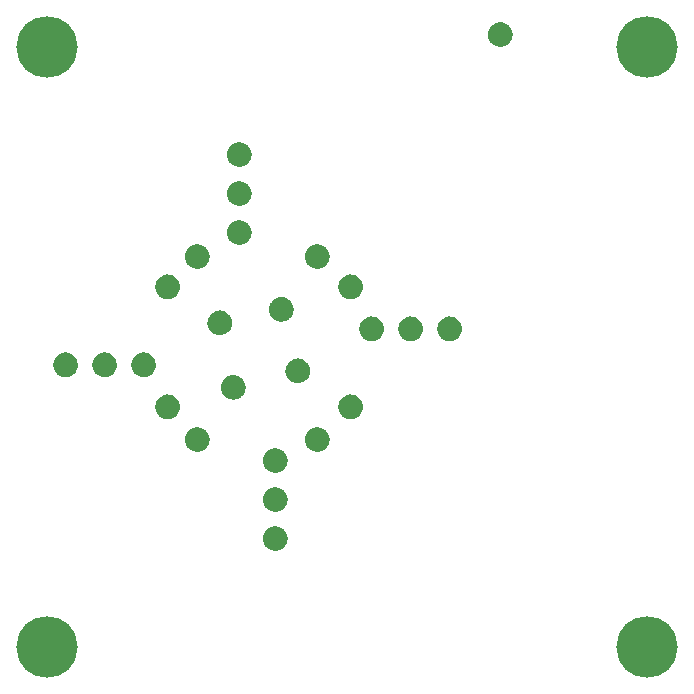
<source format=gts>
G04 Layer: TopSolderMaskLayer*
G04 Panelize: , Column: 2, Row: 2, Board Size: 58.42mm x 58.42mm, Panelized Board Size: 118.84mm x 118.84mm*
G04 EasyEDA v6.5.32, 2023-07-25 14:04:49*
G04 e28a03a1de13489cb67d3f9b02de052e,5a6b42c53f6a479593ecc07194224c93,10*
G04 Gerber Generator version 0.2*
G04 Scale: 100 percent, Rotated: No, Reflected: No *
G04 Dimensions in millimeters *
G04 leading zeros omitted , absolute positions ,4 integer and 5 decimal *
%FSLAX45Y45*%
%MOMM*%

%ADD10C,5.2032*%

%LPD*%
G36*
X533806Y2872841D02*
G01*
X524611Y2872232D01*
X515467Y2870809D01*
X506526Y2868574D01*
X497789Y2865577D01*
X489356Y2861818D01*
X481330Y2857296D01*
X473709Y2852115D01*
X466547Y2846273D01*
X459943Y2839821D01*
X453948Y2832811D01*
X448614Y2825292D01*
X443941Y2817317D01*
X439978Y2808986D01*
X436778Y2800350D01*
X434340Y2791460D01*
X432714Y2782366D01*
X431901Y2773172D01*
X431901Y2763926D01*
X432714Y2754782D01*
X434340Y2745689D01*
X436778Y2736799D01*
X439978Y2728112D01*
X443941Y2719781D01*
X448614Y2711856D01*
X453948Y2704338D01*
X459943Y2697327D01*
X466547Y2690876D01*
X473709Y2685034D01*
X481330Y2679852D01*
X489356Y2675331D01*
X497789Y2671572D01*
X506526Y2668574D01*
X515467Y2666339D01*
X524611Y2664917D01*
X533806Y2664307D01*
X543001Y2664510D01*
X552196Y2665526D01*
X561238Y2667355D01*
X570077Y2669997D01*
X578662Y2673350D01*
X586892Y2677515D01*
X594766Y2682341D01*
X602132Y2687878D01*
X609041Y2694025D01*
X615340Y2700731D01*
X621030Y2707995D01*
X626008Y2715768D01*
X628294Y2719781D01*
X632206Y2728112D01*
X633933Y2732430D01*
X636727Y2741218D01*
X638759Y2750210D01*
X639978Y2759354D01*
X640384Y2768549D01*
X639978Y2777794D01*
X638759Y2786938D01*
X636727Y2795930D01*
X633933Y2804718D01*
X630326Y2813202D01*
X626008Y2821381D01*
X621030Y2829102D01*
X615340Y2836367D01*
X609041Y2843123D01*
X602132Y2849270D01*
X594766Y2854807D01*
X586892Y2859633D01*
X582828Y2861818D01*
X574395Y2865577D01*
X565658Y2868574D01*
X556717Y2870809D01*
X547624Y2872232D01*
X538429Y2872841D01*
G37*
G36*
X863955Y2872841D02*
G01*
X854760Y2872232D01*
X845667Y2870809D01*
X836676Y2868574D01*
X827989Y2865577D01*
X819556Y2861818D01*
X811479Y2857296D01*
X803859Y2852115D01*
X796747Y2846273D01*
X790143Y2839821D01*
X784148Y2832811D01*
X778764Y2825292D01*
X774090Y2817317D01*
X770128Y2808986D01*
X766978Y2800350D01*
X764540Y2791460D01*
X762914Y2782366D01*
X762101Y2773172D01*
X762101Y2763926D01*
X762914Y2754782D01*
X764540Y2745689D01*
X766978Y2736799D01*
X770128Y2728112D01*
X774090Y2719781D01*
X778764Y2711856D01*
X781354Y2707995D01*
X787044Y2700731D01*
X793343Y2694025D01*
X800252Y2687878D01*
X807618Y2682341D01*
X815492Y2677515D01*
X823721Y2673350D01*
X832307Y2669997D01*
X841146Y2667355D01*
X850188Y2665526D01*
X859383Y2664510D01*
X868578Y2664307D01*
X877773Y2664917D01*
X886917Y2666339D01*
X895858Y2668574D01*
X904595Y2671572D01*
X912977Y2675331D01*
X921054Y2679852D01*
X928674Y2685034D01*
X935837Y2690876D01*
X942441Y2697327D01*
X948436Y2704338D01*
X953769Y2711856D01*
X958443Y2719781D01*
X962406Y2728112D01*
X965606Y2736799D01*
X966927Y2741218D01*
X968908Y2750210D01*
X970127Y2759354D01*
X970534Y2768549D01*
X970127Y2777794D01*
X968908Y2786938D01*
X966927Y2795930D01*
X964082Y2804718D01*
X960526Y2813202D01*
X956208Y2821381D01*
X951179Y2829102D01*
X945489Y2836367D01*
X939190Y2843123D01*
X932332Y2849270D01*
X924915Y2854807D01*
X917092Y2859633D01*
X908812Y2863748D01*
X904595Y2865577D01*
X895858Y2868574D01*
X886917Y2870809D01*
X877773Y2872232D01*
X868578Y2872841D01*
G37*
G36*
X1194155Y2872841D02*
G01*
X1184960Y2872232D01*
X1175867Y2870809D01*
X1166876Y2868574D01*
X1158189Y2865577D01*
X1149756Y2861818D01*
X1141679Y2857296D01*
X1134059Y2852115D01*
X1126947Y2846273D01*
X1120343Y2839821D01*
X1114348Y2832811D01*
X1108964Y2825292D01*
X1104290Y2817317D01*
X1100328Y2808986D01*
X1097178Y2800350D01*
X1094740Y2791460D01*
X1093114Y2782366D01*
X1092301Y2773172D01*
X1092301Y2763926D01*
X1093114Y2754782D01*
X1094740Y2745689D01*
X1097178Y2736799D01*
X1100328Y2728112D01*
X1104290Y2719781D01*
X1108964Y2711856D01*
X1111554Y2707995D01*
X1117244Y2700731D01*
X1123543Y2694025D01*
X1130452Y2687878D01*
X1137818Y2682341D01*
X1145692Y2677515D01*
X1153922Y2673350D01*
X1162507Y2669997D01*
X1171346Y2667355D01*
X1180388Y2665526D01*
X1189583Y2664510D01*
X1198778Y2664307D01*
X1207973Y2664917D01*
X1217117Y2666339D01*
X1226058Y2668574D01*
X1234795Y2671572D01*
X1243177Y2675331D01*
X1251254Y2679852D01*
X1258874Y2685034D01*
X1266037Y2690876D01*
X1272641Y2697327D01*
X1278636Y2704338D01*
X1283970Y2711856D01*
X1288643Y2719781D01*
X1292606Y2728112D01*
X1295806Y2736799D01*
X1297127Y2741218D01*
X1299108Y2750210D01*
X1300327Y2759354D01*
X1300734Y2768549D01*
X1300327Y2777794D01*
X1299108Y2786938D01*
X1297127Y2795930D01*
X1294282Y2804718D01*
X1290726Y2813202D01*
X1286408Y2821381D01*
X1281379Y2829102D01*
X1275689Y2836367D01*
X1269390Y2843123D01*
X1262532Y2849270D01*
X1255115Y2854807D01*
X1247292Y2859633D01*
X1239012Y2863748D01*
X1234795Y2865577D01*
X1226058Y2868574D01*
X1217117Y2870809D01*
X1207973Y2872232D01*
X1198778Y2872841D01*
G37*
G36*
X2311400Y1402334D02*
G01*
X2302154Y1401927D01*
X2293010Y1400708D01*
X2284018Y1398727D01*
X2275230Y1395882D01*
X2266746Y1392326D01*
X2258568Y1388008D01*
X2250846Y1382979D01*
X2243582Y1377289D01*
X2236825Y1370990D01*
X2230678Y1364132D01*
X2225141Y1356715D01*
X2220315Y1348892D01*
X2216200Y1340612D01*
X2214372Y1336395D01*
X2211374Y1327658D01*
X2209139Y1318717D01*
X2207717Y1309573D01*
X2207107Y1300378D01*
X2207310Y1291183D01*
X2208326Y1281988D01*
X2210155Y1272946D01*
X2212797Y1264107D01*
X2214372Y1259789D01*
X2218131Y1251356D01*
X2222652Y1243279D01*
X2227834Y1235659D01*
X2233676Y1228547D01*
X2240127Y1221943D01*
X2247138Y1215948D01*
X2254656Y1210564D01*
X2262581Y1205890D01*
X2270963Y1201928D01*
X2279599Y1198778D01*
X2288489Y1196340D01*
X2297582Y1194714D01*
X2306777Y1193901D01*
X2315972Y1193901D01*
X2325166Y1194714D01*
X2334260Y1196340D01*
X2343150Y1198778D01*
X2351836Y1201928D01*
X2360168Y1205890D01*
X2368092Y1210564D01*
X2375611Y1215948D01*
X2379218Y1218844D01*
X2385923Y1225143D01*
X2392070Y1232052D01*
X2397607Y1239418D01*
X2402433Y1247292D01*
X2406599Y1255522D01*
X2409952Y1264107D01*
X2412593Y1272946D01*
X2414422Y1281988D01*
X2415438Y1291183D01*
X2415641Y1300378D01*
X2415032Y1309573D01*
X2413609Y1318717D01*
X2411374Y1327658D01*
X2408377Y1336395D01*
X2404618Y1344777D01*
X2400096Y1352854D01*
X2394915Y1360474D01*
X2389073Y1367637D01*
X2382621Y1374241D01*
X2375611Y1380236D01*
X2368092Y1385570D01*
X2360168Y1390243D01*
X2351836Y1394206D01*
X2343150Y1397406D01*
X2338730Y1398727D01*
X2329738Y1400708D01*
X2320594Y1401927D01*
G37*
G36*
X2311400Y1732534D02*
G01*
X2302154Y1732127D01*
X2293010Y1730908D01*
X2284018Y1728927D01*
X2275230Y1726082D01*
X2266746Y1722526D01*
X2258568Y1718208D01*
X2250846Y1713179D01*
X2243582Y1707489D01*
X2236825Y1701190D01*
X2230678Y1694332D01*
X2225141Y1686915D01*
X2220315Y1679092D01*
X2216200Y1670812D01*
X2214372Y1666595D01*
X2211374Y1657857D01*
X2209139Y1648917D01*
X2207717Y1639773D01*
X2207107Y1630578D01*
X2207310Y1621383D01*
X2208326Y1612188D01*
X2210155Y1603146D01*
X2212797Y1594307D01*
X2214372Y1589989D01*
X2218131Y1581556D01*
X2222652Y1573479D01*
X2227834Y1565859D01*
X2233676Y1558747D01*
X2240127Y1552143D01*
X2247138Y1546148D01*
X2254656Y1540764D01*
X2262581Y1536090D01*
X2270963Y1532128D01*
X2279599Y1528978D01*
X2288489Y1526540D01*
X2297582Y1524914D01*
X2306777Y1524101D01*
X2315972Y1524101D01*
X2325166Y1524914D01*
X2334260Y1526540D01*
X2343150Y1528978D01*
X2351836Y1532128D01*
X2360168Y1536090D01*
X2368092Y1540764D01*
X2375611Y1546148D01*
X2379218Y1549044D01*
X2385923Y1555343D01*
X2392070Y1562252D01*
X2397607Y1569618D01*
X2402433Y1577492D01*
X2406599Y1585722D01*
X2409952Y1594307D01*
X2412593Y1603146D01*
X2414422Y1612188D01*
X2415438Y1621383D01*
X2415641Y1630578D01*
X2415032Y1639773D01*
X2413609Y1648917D01*
X2411374Y1657857D01*
X2408377Y1666595D01*
X2404618Y1674977D01*
X2400096Y1683054D01*
X2394915Y1690674D01*
X2389073Y1697837D01*
X2382621Y1704441D01*
X2375611Y1710436D01*
X2368092Y1715770D01*
X2360168Y1720443D01*
X2351836Y1724406D01*
X2343150Y1727606D01*
X2338730Y1728927D01*
X2329738Y1730908D01*
X2320594Y1732127D01*
G37*
G36*
X2311400Y2062734D02*
G01*
X2302154Y2062327D01*
X2293010Y2061108D01*
X2284018Y2059127D01*
X2275230Y2056282D01*
X2266746Y2052726D01*
X2258568Y2048408D01*
X2250846Y2043379D01*
X2243582Y2037689D01*
X2236825Y2031390D01*
X2230678Y2024532D01*
X2225141Y2017115D01*
X2220315Y2009292D01*
X2216200Y2001012D01*
X2214372Y1996795D01*
X2211374Y1988057D01*
X2209139Y1979117D01*
X2207717Y1969973D01*
X2207107Y1960778D01*
X2207310Y1951583D01*
X2208326Y1942388D01*
X2210155Y1933346D01*
X2212797Y1924507D01*
X2214372Y1920189D01*
X2218131Y1911756D01*
X2222652Y1903679D01*
X2227834Y1896059D01*
X2233676Y1888947D01*
X2240127Y1882343D01*
X2247138Y1876348D01*
X2254656Y1870964D01*
X2262581Y1866290D01*
X2270963Y1862328D01*
X2279599Y1859178D01*
X2288489Y1856739D01*
X2297582Y1855114D01*
X2306777Y1854301D01*
X2315972Y1854301D01*
X2325166Y1855114D01*
X2334260Y1856739D01*
X2343150Y1859178D01*
X2351836Y1862328D01*
X2360168Y1866290D01*
X2368092Y1870964D01*
X2375611Y1876348D01*
X2379218Y1879244D01*
X2385923Y1885543D01*
X2392070Y1892452D01*
X2397607Y1899818D01*
X2402433Y1907692D01*
X2406599Y1915922D01*
X2409952Y1924507D01*
X2412593Y1933346D01*
X2414422Y1942388D01*
X2415438Y1951583D01*
X2415641Y1960778D01*
X2415032Y1969973D01*
X2413609Y1979117D01*
X2411374Y1988057D01*
X2408377Y1996795D01*
X2404618Y2005177D01*
X2400096Y2013254D01*
X2394915Y2020874D01*
X2389073Y2028037D01*
X2382621Y2034641D01*
X2375611Y2040636D01*
X2368092Y2045970D01*
X2360168Y2050643D01*
X2351836Y2054606D01*
X2343150Y2057806D01*
X2338730Y2059127D01*
X2329738Y2061108D01*
X2320594Y2062327D01*
G37*
G36*
X2667000Y2240534D02*
G01*
X2657754Y2240127D01*
X2648610Y2238908D01*
X2639618Y2236927D01*
X2630830Y2234082D01*
X2622346Y2230526D01*
X2614168Y2226208D01*
X2606446Y2221179D01*
X2599182Y2215489D01*
X2592425Y2209190D01*
X2586278Y2202332D01*
X2580741Y2194915D01*
X2575915Y2187092D01*
X2571800Y2178812D01*
X2569972Y2174595D01*
X2566974Y2165858D01*
X2564739Y2156917D01*
X2563317Y2147773D01*
X2562707Y2138578D01*
X2562910Y2129383D01*
X2563926Y2120188D01*
X2565755Y2111146D01*
X2568397Y2102307D01*
X2569972Y2097989D01*
X2573731Y2089556D01*
X2578252Y2081479D01*
X2583434Y2073859D01*
X2589276Y2066747D01*
X2595727Y2060143D01*
X2602738Y2054148D01*
X2610256Y2048764D01*
X2618181Y2044090D01*
X2626563Y2040128D01*
X2635199Y2036978D01*
X2644089Y2034539D01*
X2653182Y2032914D01*
X2662377Y2032101D01*
X2671572Y2032101D01*
X2680766Y2032914D01*
X2689860Y2034539D01*
X2698750Y2036978D01*
X2707436Y2040128D01*
X2715768Y2044090D01*
X2723692Y2048764D01*
X2731211Y2054148D01*
X2734818Y2057044D01*
X2741523Y2063343D01*
X2747670Y2070252D01*
X2753207Y2077618D01*
X2758033Y2085492D01*
X2762199Y2093722D01*
X2765552Y2102307D01*
X2768193Y2111146D01*
X2770022Y2120188D01*
X2771038Y2129383D01*
X2771241Y2138578D01*
X2770632Y2147773D01*
X2769209Y2156917D01*
X2766974Y2165858D01*
X2763977Y2174595D01*
X2760218Y2182977D01*
X2755696Y2191054D01*
X2750515Y2198674D01*
X2744673Y2205837D01*
X2738221Y2212441D01*
X2731211Y2218436D01*
X2723692Y2223770D01*
X2715768Y2228443D01*
X2707436Y2232406D01*
X2698750Y2235606D01*
X2694330Y2236927D01*
X2685338Y2238908D01*
X2676194Y2240127D01*
G37*
G36*
X1651000Y2240534D02*
G01*
X1641754Y2240127D01*
X1632610Y2238908D01*
X1623618Y2236927D01*
X1614830Y2234082D01*
X1606346Y2230526D01*
X1598168Y2226208D01*
X1590446Y2221179D01*
X1583182Y2215489D01*
X1576425Y2209190D01*
X1570278Y2202332D01*
X1564741Y2194915D01*
X1559915Y2187092D01*
X1555800Y2178812D01*
X1553972Y2174595D01*
X1550974Y2165858D01*
X1548739Y2156917D01*
X1547317Y2147773D01*
X1546707Y2138578D01*
X1546910Y2129383D01*
X1547926Y2120188D01*
X1549755Y2111146D01*
X1552397Y2102307D01*
X1553972Y2097989D01*
X1557731Y2089556D01*
X1562252Y2081479D01*
X1567434Y2073859D01*
X1573276Y2066747D01*
X1579727Y2060143D01*
X1586738Y2054148D01*
X1594256Y2048764D01*
X1602181Y2044090D01*
X1610563Y2040128D01*
X1619199Y2036978D01*
X1628089Y2034539D01*
X1637182Y2032914D01*
X1646377Y2032101D01*
X1655572Y2032101D01*
X1664766Y2032914D01*
X1673860Y2034539D01*
X1682750Y2036978D01*
X1691436Y2040128D01*
X1699768Y2044090D01*
X1707692Y2048764D01*
X1715211Y2054148D01*
X1718818Y2057044D01*
X1725523Y2063343D01*
X1731670Y2070252D01*
X1737207Y2077618D01*
X1742033Y2085492D01*
X1746199Y2093722D01*
X1749552Y2102307D01*
X1752193Y2111146D01*
X1754022Y2120188D01*
X1755038Y2129383D01*
X1755241Y2138578D01*
X1754632Y2147773D01*
X1753209Y2156917D01*
X1750974Y2165858D01*
X1747977Y2174595D01*
X1744218Y2182977D01*
X1739696Y2191054D01*
X1734515Y2198674D01*
X1728673Y2205837D01*
X1722221Y2212441D01*
X1715211Y2218436D01*
X1707692Y2223770D01*
X1699768Y2228443D01*
X1691436Y2232406D01*
X1682750Y2235606D01*
X1678330Y2236927D01*
X1669338Y2238908D01*
X1660194Y2240127D01*
G37*
G36*
X2501900Y2821838D02*
G01*
X2492654Y2821432D01*
X2483510Y2820212D01*
X2474518Y2818231D01*
X2465730Y2815386D01*
X2457246Y2811830D01*
X2449068Y2807512D01*
X2441346Y2802483D01*
X2434082Y2796794D01*
X2427325Y2790494D01*
X2421178Y2783636D01*
X2415641Y2776220D01*
X2410815Y2768396D01*
X2406700Y2760116D01*
X2404872Y2755900D01*
X2401874Y2747162D01*
X2399639Y2738221D01*
X2398217Y2729077D01*
X2397607Y2719882D01*
X2397810Y2710688D01*
X2398826Y2701493D01*
X2400655Y2692450D01*
X2403297Y2683611D01*
X2404872Y2679293D01*
X2408631Y2670860D01*
X2413152Y2662783D01*
X2418334Y2655163D01*
X2424176Y2648051D01*
X2430627Y2641447D01*
X2437638Y2635453D01*
X2445156Y2630068D01*
X2453081Y2625394D01*
X2461463Y2621432D01*
X2470099Y2618282D01*
X2478989Y2615844D01*
X2488082Y2614218D01*
X2497277Y2613406D01*
X2506472Y2613406D01*
X2515666Y2614218D01*
X2524760Y2615844D01*
X2533650Y2618282D01*
X2542336Y2621432D01*
X2550668Y2625394D01*
X2558592Y2630068D01*
X2566111Y2635453D01*
X2569718Y2638348D01*
X2576423Y2644648D01*
X2582570Y2651556D01*
X2588107Y2658922D01*
X2592933Y2666796D01*
X2597099Y2675026D01*
X2600452Y2683611D01*
X2603093Y2692450D01*
X2604922Y2701493D01*
X2605938Y2710688D01*
X2606141Y2719882D01*
X2605532Y2729077D01*
X2604109Y2738221D01*
X2601874Y2747162D01*
X2598877Y2755900D01*
X2595118Y2764282D01*
X2590596Y2772359D01*
X2585415Y2779979D01*
X2579573Y2787142D01*
X2573121Y2793746D01*
X2566111Y2799740D01*
X2558592Y2805074D01*
X2550668Y2809748D01*
X2542336Y2813710D01*
X2533650Y2816910D01*
X2529230Y2818231D01*
X2520238Y2820212D01*
X2511094Y2821432D01*
G37*
G36*
X1841500Y3228238D02*
G01*
X1832254Y3227832D01*
X1823110Y3226612D01*
X1814118Y3224631D01*
X1805330Y3221786D01*
X1796846Y3218230D01*
X1788668Y3213912D01*
X1780946Y3208883D01*
X1773682Y3203194D01*
X1766925Y3196894D01*
X1760778Y3190036D01*
X1755241Y3182620D01*
X1750415Y3174796D01*
X1746300Y3166516D01*
X1744472Y3162300D01*
X1741474Y3153562D01*
X1739239Y3144621D01*
X1737817Y3135477D01*
X1737207Y3126282D01*
X1737410Y3117088D01*
X1738426Y3107893D01*
X1740255Y3098850D01*
X1742897Y3090011D01*
X1744472Y3085693D01*
X1748231Y3077260D01*
X1752752Y3069183D01*
X1757934Y3061563D01*
X1763775Y3054451D01*
X1770227Y3047847D01*
X1777238Y3041853D01*
X1784756Y3036468D01*
X1792681Y3031794D01*
X1801063Y3027832D01*
X1809699Y3024682D01*
X1818589Y3022244D01*
X1827682Y3020618D01*
X1836877Y3019806D01*
X1846072Y3019806D01*
X1855266Y3020618D01*
X1864360Y3022244D01*
X1873250Y3024682D01*
X1881936Y3027832D01*
X1890268Y3031794D01*
X1898192Y3036468D01*
X1905711Y3041853D01*
X1909318Y3044748D01*
X1916023Y3051048D01*
X1922170Y3057956D01*
X1927707Y3065322D01*
X1932533Y3073196D01*
X1936699Y3081426D01*
X1940052Y3090011D01*
X1942693Y3098850D01*
X1944522Y3107893D01*
X1945538Y3117088D01*
X1945741Y3126282D01*
X1945132Y3135477D01*
X1943709Y3144621D01*
X1941474Y3153562D01*
X1938477Y3162300D01*
X1934718Y3170682D01*
X1930196Y3178759D01*
X1925015Y3186379D01*
X1919173Y3193542D01*
X1912721Y3200146D01*
X1905711Y3206140D01*
X1898192Y3211474D01*
X1890268Y3216148D01*
X1881936Y3220110D01*
X1873250Y3223310D01*
X1868830Y3224631D01*
X1859838Y3226612D01*
X1850694Y3227832D01*
G37*
G36*
X1651000Y3789934D02*
G01*
X1641754Y3789527D01*
X1632610Y3788308D01*
X1623618Y3786327D01*
X1614830Y3783482D01*
X1606346Y3779926D01*
X1598168Y3775608D01*
X1590446Y3770579D01*
X1583182Y3764889D01*
X1576425Y3758590D01*
X1570278Y3751732D01*
X1564741Y3744315D01*
X1559915Y3736492D01*
X1555800Y3728212D01*
X1553972Y3723995D01*
X1550974Y3715258D01*
X1548739Y3706317D01*
X1547317Y3697173D01*
X1546707Y3687978D01*
X1546910Y3678783D01*
X1547926Y3669588D01*
X1549755Y3660546D01*
X1552397Y3651707D01*
X1553972Y3647389D01*
X1557731Y3638956D01*
X1562252Y3630879D01*
X1567434Y3623259D01*
X1573276Y3616147D01*
X1579727Y3609543D01*
X1586738Y3603548D01*
X1594256Y3598164D01*
X1602181Y3593490D01*
X1610563Y3589528D01*
X1619199Y3586378D01*
X1628089Y3583940D01*
X1637182Y3582314D01*
X1646377Y3581501D01*
X1655572Y3581501D01*
X1664766Y3582314D01*
X1673860Y3583940D01*
X1682750Y3586378D01*
X1691436Y3589528D01*
X1699768Y3593490D01*
X1707692Y3598164D01*
X1715211Y3603548D01*
X1718818Y3606444D01*
X1725523Y3612743D01*
X1731670Y3619652D01*
X1737207Y3627018D01*
X1742033Y3634892D01*
X1746199Y3643122D01*
X1749552Y3651707D01*
X1752193Y3660546D01*
X1754022Y3669588D01*
X1755038Y3678783D01*
X1755241Y3687978D01*
X1754632Y3697173D01*
X1753209Y3706317D01*
X1750974Y3715258D01*
X1747977Y3723995D01*
X1744218Y3732377D01*
X1739696Y3740454D01*
X1734515Y3748074D01*
X1728673Y3755237D01*
X1722221Y3761841D01*
X1715211Y3767836D01*
X1707692Y3773170D01*
X1699768Y3777843D01*
X1691436Y3781806D01*
X1682750Y3785006D01*
X1678330Y3786327D01*
X1669338Y3788308D01*
X1660194Y3789527D01*
G37*
G36*
X2667000Y3789934D02*
G01*
X2657754Y3789527D01*
X2648610Y3788308D01*
X2639618Y3786327D01*
X2630830Y3783482D01*
X2622346Y3779926D01*
X2614168Y3775608D01*
X2606446Y3770579D01*
X2599182Y3764889D01*
X2592425Y3758590D01*
X2586278Y3751732D01*
X2580741Y3744315D01*
X2575915Y3736492D01*
X2571800Y3728212D01*
X2569972Y3723995D01*
X2566974Y3715258D01*
X2564739Y3706317D01*
X2563317Y3697173D01*
X2562707Y3687978D01*
X2562910Y3678783D01*
X2563926Y3669588D01*
X2565755Y3660546D01*
X2568397Y3651707D01*
X2569972Y3647389D01*
X2573731Y3638956D01*
X2578252Y3630879D01*
X2583434Y3623259D01*
X2589276Y3616147D01*
X2595727Y3609543D01*
X2602738Y3603548D01*
X2610256Y3598164D01*
X2618181Y3593490D01*
X2626563Y3589528D01*
X2635199Y3586378D01*
X2644089Y3583940D01*
X2653182Y3582314D01*
X2662377Y3581501D01*
X2671572Y3581501D01*
X2680766Y3582314D01*
X2689860Y3583940D01*
X2698750Y3586378D01*
X2707436Y3589528D01*
X2715768Y3593490D01*
X2723692Y3598164D01*
X2731211Y3603548D01*
X2734818Y3606444D01*
X2741523Y3612743D01*
X2747670Y3619652D01*
X2753207Y3627018D01*
X2758033Y3634892D01*
X2762199Y3643122D01*
X2765552Y3651707D01*
X2768193Y3660546D01*
X2770022Y3669588D01*
X2771038Y3678783D01*
X2771241Y3687978D01*
X2770632Y3697173D01*
X2769209Y3706317D01*
X2766974Y3715258D01*
X2763977Y3723995D01*
X2760218Y3732377D01*
X2755696Y3740454D01*
X2750515Y3748074D01*
X2744673Y3755237D01*
X2738221Y3761841D01*
X2731211Y3767836D01*
X2723692Y3773170D01*
X2715768Y3777843D01*
X2707436Y3781806D01*
X2698750Y3785006D01*
X2694330Y3786327D01*
X2685338Y3788308D01*
X2676194Y3789527D01*
G37*
G36*
X2006600Y3993134D02*
G01*
X1997354Y3992727D01*
X1988210Y3991508D01*
X1979218Y3989527D01*
X1970430Y3986682D01*
X1961946Y3983126D01*
X1953768Y3978808D01*
X1946046Y3973779D01*
X1938782Y3968089D01*
X1932025Y3961790D01*
X1925878Y3954932D01*
X1920341Y3947515D01*
X1915515Y3939692D01*
X1911400Y3931412D01*
X1909572Y3927195D01*
X1906574Y3918458D01*
X1904339Y3909517D01*
X1902917Y3900373D01*
X1902307Y3891178D01*
X1902510Y3881983D01*
X1903526Y3872788D01*
X1905355Y3863746D01*
X1907997Y3854907D01*
X1909572Y3850589D01*
X1913331Y3842156D01*
X1917852Y3834079D01*
X1923034Y3826459D01*
X1928875Y3819347D01*
X1935327Y3812743D01*
X1942338Y3806748D01*
X1949856Y3801364D01*
X1957781Y3796690D01*
X1966163Y3792728D01*
X1974799Y3789578D01*
X1983689Y3787140D01*
X1992782Y3785514D01*
X2001977Y3784701D01*
X2011172Y3784701D01*
X2020366Y3785514D01*
X2029460Y3787140D01*
X2038350Y3789578D01*
X2047036Y3792728D01*
X2055368Y3796690D01*
X2063292Y3801364D01*
X2070811Y3806748D01*
X2074418Y3809644D01*
X2081123Y3815943D01*
X2087270Y3822852D01*
X2092807Y3830218D01*
X2097633Y3838092D01*
X2101799Y3846322D01*
X2105152Y3854907D01*
X2107793Y3863746D01*
X2109622Y3872788D01*
X2110638Y3881983D01*
X2110841Y3891178D01*
X2110232Y3900373D01*
X2108809Y3909517D01*
X2106574Y3918458D01*
X2103577Y3927195D01*
X2099818Y3935577D01*
X2095296Y3943654D01*
X2090115Y3951274D01*
X2084273Y3958437D01*
X2077821Y3965041D01*
X2070811Y3971036D01*
X2063292Y3976370D01*
X2055368Y3981043D01*
X2047036Y3985006D01*
X2038350Y3988206D01*
X2033930Y3989527D01*
X2024938Y3991508D01*
X2015794Y3992727D01*
G37*
G36*
X2006600Y4323334D02*
G01*
X1997354Y4322927D01*
X1988210Y4321708D01*
X1979218Y4319727D01*
X1970430Y4316882D01*
X1961946Y4313326D01*
X1953768Y4309008D01*
X1946046Y4303979D01*
X1938782Y4298289D01*
X1932025Y4291990D01*
X1925878Y4285132D01*
X1920341Y4277715D01*
X1915515Y4269892D01*
X1911400Y4261612D01*
X1909572Y4257395D01*
X1906574Y4248658D01*
X1904339Y4239717D01*
X1902917Y4230573D01*
X1902307Y4221378D01*
X1902510Y4212183D01*
X1903526Y4202988D01*
X1905355Y4193946D01*
X1907997Y4185107D01*
X1909572Y4180789D01*
X1913331Y4172356D01*
X1917852Y4164279D01*
X1923034Y4156659D01*
X1928875Y4149547D01*
X1935327Y4142943D01*
X1942338Y4136948D01*
X1949856Y4131564D01*
X1957781Y4126890D01*
X1966163Y4122928D01*
X1974799Y4119778D01*
X1983689Y4117340D01*
X1992782Y4115714D01*
X2001977Y4114901D01*
X2011172Y4114901D01*
X2020366Y4115714D01*
X2029460Y4117340D01*
X2038350Y4119778D01*
X2047036Y4122928D01*
X2055368Y4126890D01*
X2063292Y4131564D01*
X2070811Y4136948D01*
X2074418Y4139844D01*
X2081123Y4146143D01*
X2087270Y4153052D01*
X2092807Y4160418D01*
X2097633Y4168292D01*
X2101799Y4176522D01*
X2105152Y4185107D01*
X2107793Y4193946D01*
X2109622Y4202988D01*
X2110638Y4212183D01*
X2110841Y4221378D01*
X2110232Y4230573D01*
X2108809Y4239717D01*
X2106574Y4248658D01*
X2103577Y4257395D01*
X2099818Y4265777D01*
X2095296Y4273854D01*
X2090115Y4281474D01*
X2084273Y4288637D01*
X2077821Y4295241D01*
X2070811Y4301236D01*
X2063292Y4306570D01*
X2055368Y4311243D01*
X2047036Y4315206D01*
X2038350Y4318406D01*
X2033930Y4319727D01*
X2024938Y4321708D01*
X2015794Y4322927D01*
G37*
G36*
X2006600Y4653534D02*
G01*
X1997354Y4653127D01*
X1988210Y4651908D01*
X1979218Y4649927D01*
X1970430Y4647082D01*
X1961946Y4643526D01*
X1953768Y4639208D01*
X1946046Y4634179D01*
X1938782Y4628489D01*
X1932025Y4622190D01*
X1925878Y4615332D01*
X1920341Y4607915D01*
X1915515Y4600092D01*
X1911400Y4591812D01*
X1909572Y4587595D01*
X1906574Y4578858D01*
X1904339Y4569917D01*
X1902917Y4560773D01*
X1902307Y4551578D01*
X1902510Y4542383D01*
X1903526Y4533188D01*
X1905355Y4524146D01*
X1907997Y4515307D01*
X1909572Y4510989D01*
X1913331Y4502556D01*
X1917852Y4494479D01*
X1923034Y4486859D01*
X1928875Y4479747D01*
X1935327Y4473143D01*
X1942338Y4467148D01*
X1949856Y4461764D01*
X1957781Y4457090D01*
X1966163Y4453128D01*
X1974799Y4449978D01*
X1983689Y4447540D01*
X1992782Y4445914D01*
X2001977Y4445101D01*
X2011172Y4445101D01*
X2020366Y4445914D01*
X2029460Y4447540D01*
X2038350Y4449978D01*
X2047036Y4453128D01*
X2055368Y4457090D01*
X2063292Y4461764D01*
X2070811Y4467148D01*
X2074418Y4470044D01*
X2081123Y4476343D01*
X2087270Y4483252D01*
X2092807Y4490618D01*
X2097633Y4498492D01*
X2101799Y4506722D01*
X2105152Y4515307D01*
X2107793Y4524146D01*
X2109622Y4533188D01*
X2110638Y4542383D01*
X2110841Y4551578D01*
X2110232Y4560773D01*
X2108809Y4569917D01*
X2106574Y4578858D01*
X2103577Y4587595D01*
X2099818Y4595977D01*
X2095296Y4604054D01*
X2090115Y4611674D01*
X2084273Y4618837D01*
X2077821Y4625441D01*
X2070811Y4631436D01*
X2063292Y4636770D01*
X2055368Y4641443D01*
X2047036Y4645406D01*
X2038350Y4648606D01*
X2033930Y4649927D01*
X2024938Y4651908D01*
X2015794Y4653127D01*
G37*
G36*
X2946755Y2517241D02*
G01*
X2937560Y2516632D01*
X2928467Y2515209D01*
X2919476Y2512974D01*
X2915107Y2511602D01*
X2906522Y2508199D01*
X2898292Y2504084D01*
X2890418Y2499207D01*
X2883052Y2493721D01*
X2876143Y2487523D01*
X2869844Y2480818D01*
X2864154Y2473553D01*
X2859125Y2465781D01*
X2854858Y2457653D01*
X2852928Y2453436D01*
X2849778Y2444800D01*
X2847340Y2435860D01*
X2845714Y2426817D01*
X2844901Y2417622D01*
X2844901Y2408377D01*
X2845714Y2399182D01*
X2847340Y2390089D01*
X2849778Y2381199D01*
X2852928Y2372563D01*
X2856890Y2364232D01*
X2861564Y2356256D01*
X2866948Y2348738D01*
X2872943Y2341727D01*
X2879547Y2335276D01*
X2886659Y2329434D01*
X2894279Y2324252D01*
X2902356Y2319782D01*
X2910789Y2316022D01*
X2919476Y2312974D01*
X2928467Y2310790D01*
X2937560Y2309368D01*
X2946755Y2308758D01*
X2956001Y2308961D01*
X2965145Y2309977D01*
X2974187Y2311806D01*
X2978658Y2312974D01*
X2987395Y2316022D01*
X2995777Y2319782D01*
X3003854Y2324252D01*
X3011474Y2329434D01*
X3018637Y2335276D01*
X3025241Y2341727D01*
X3031236Y2348738D01*
X3036570Y2356256D01*
X3041243Y2364232D01*
X3045206Y2372563D01*
X3048406Y2381199D01*
X3049727Y2385618D01*
X3051708Y2394610D01*
X3052927Y2403754D01*
X3053334Y2413000D01*
X3052927Y2422194D01*
X3051708Y2431338D01*
X3049727Y2440381D01*
X3046882Y2449118D01*
X3043326Y2457653D01*
X3039008Y2465781D01*
X3033979Y2473553D01*
X3028289Y2480818D01*
X3021990Y2487523D01*
X3015132Y2493721D01*
X3007715Y2499207D01*
X2999892Y2504084D01*
X2991612Y2508199D01*
X2983026Y2511602D01*
X2974187Y2514193D01*
X2965145Y2516022D01*
X2956001Y2517038D01*
G37*
G36*
X1397355Y3533241D02*
G01*
X1388160Y3532632D01*
X1379067Y3531209D01*
X1370076Y3528974D01*
X1365707Y3527602D01*
X1357122Y3524199D01*
X1348892Y3520084D01*
X1341018Y3515207D01*
X1333652Y3509721D01*
X1326743Y3503523D01*
X1320444Y3496818D01*
X1314754Y3489553D01*
X1309725Y3481781D01*
X1305458Y3473653D01*
X1303528Y3469436D01*
X1300378Y3460800D01*
X1297940Y3451860D01*
X1296314Y3442817D01*
X1295501Y3433622D01*
X1295501Y3424377D01*
X1296314Y3415182D01*
X1297940Y3406089D01*
X1300378Y3397199D01*
X1303528Y3388563D01*
X1307490Y3380232D01*
X1312164Y3372256D01*
X1317548Y3364737D01*
X1323543Y3357727D01*
X1330147Y3351276D01*
X1337259Y3345434D01*
X1344879Y3340252D01*
X1352956Y3335782D01*
X1361389Y3332022D01*
X1370076Y3328974D01*
X1379067Y3326790D01*
X1388160Y3325368D01*
X1397355Y3324758D01*
X1406601Y3324961D01*
X1415745Y3325977D01*
X1424787Y3327806D01*
X1429258Y3328974D01*
X1437995Y3332022D01*
X1446377Y3335782D01*
X1454454Y3340252D01*
X1462074Y3345434D01*
X1469237Y3351276D01*
X1475841Y3357727D01*
X1481836Y3364737D01*
X1487170Y3372256D01*
X1491843Y3380232D01*
X1495806Y3388563D01*
X1499006Y3397199D01*
X1500327Y3401618D01*
X1502308Y3410610D01*
X1503527Y3419754D01*
X1503934Y3429000D01*
X1503527Y3438194D01*
X1502308Y3447338D01*
X1500327Y3456381D01*
X1497482Y3465118D01*
X1493926Y3473653D01*
X1489608Y3481781D01*
X1484579Y3489553D01*
X1478889Y3496818D01*
X1472590Y3503523D01*
X1465732Y3509721D01*
X1458315Y3515207D01*
X1450492Y3520084D01*
X1442212Y3524199D01*
X1433626Y3527602D01*
X1424787Y3530193D01*
X1415745Y3532022D01*
X1406601Y3533038D01*
G37*
G36*
X1397355Y2517241D02*
G01*
X1388160Y2516632D01*
X1379067Y2515209D01*
X1370076Y2512974D01*
X1365707Y2511602D01*
X1357122Y2508199D01*
X1348892Y2504084D01*
X1341018Y2499207D01*
X1333652Y2493721D01*
X1326743Y2487523D01*
X1320444Y2480818D01*
X1314754Y2473553D01*
X1309725Y2465781D01*
X1305458Y2457653D01*
X1303528Y2453436D01*
X1300378Y2444800D01*
X1297940Y2435860D01*
X1296314Y2426817D01*
X1295501Y2417622D01*
X1295501Y2408377D01*
X1296314Y2399182D01*
X1297940Y2390089D01*
X1300378Y2381199D01*
X1303528Y2372563D01*
X1307490Y2364232D01*
X1312164Y2356256D01*
X1317548Y2348738D01*
X1323543Y2341727D01*
X1330147Y2335276D01*
X1337259Y2329434D01*
X1344879Y2324252D01*
X1352956Y2319782D01*
X1361389Y2316022D01*
X1370076Y2312974D01*
X1379067Y2310790D01*
X1388160Y2309368D01*
X1397355Y2308758D01*
X1406601Y2308961D01*
X1415745Y2309977D01*
X1424787Y2311806D01*
X1429258Y2312974D01*
X1437995Y2316022D01*
X1446377Y2319782D01*
X1454454Y2324252D01*
X1462074Y2329434D01*
X1469237Y2335276D01*
X1475841Y2341727D01*
X1481836Y2348738D01*
X1487170Y2356256D01*
X1491843Y2364232D01*
X1495806Y2372563D01*
X1499006Y2381199D01*
X1500327Y2385618D01*
X1502308Y2394610D01*
X1503527Y2403754D01*
X1503934Y2413000D01*
X1503527Y2422194D01*
X1502308Y2431338D01*
X1500327Y2440381D01*
X1497482Y2449118D01*
X1493926Y2457653D01*
X1489608Y2465781D01*
X1484579Y2473553D01*
X1478889Y2480818D01*
X1472590Y2487523D01*
X1465732Y2493721D01*
X1458315Y2499207D01*
X1450492Y2504084D01*
X1442212Y2508199D01*
X1433626Y2511602D01*
X1424787Y2514193D01*
X1415745Y2516022D01*
X1406601Y2517038D01*
G37*
G36*
X1953260Y2682341D02*
G01*
X1944065Y2681732D01*
X1934972Y2680309D01*
X1925980Y2678074D01*
X1921611Y2676702D01*
X1913026Y2673299D01*
X1904796Y2669184D01*
X1896922Y2664307D01*
X1889556Y2658821D01*
X1882648Y2652623D01*
X1876348Y2645918D01*
X1870659Y2638653D01*
X1865630Y2630881D01*
X1861362Y2622753D01*
X1859432Y2618536D01*
X1856282Y2609900D01*
X1853844Y2600960D01*
X1852218Y2591917D01*
X1851406Y2582722D01*
X1851406Y2573477D01*
X1852218Y2564282D01*
X1853844Y2555189D01*
X1856282Y2546299D01*
X1859432Y2537663D01*
X1863394Y2529332D01*
X1868068Y2521356D01*
X1873453Y2513838D01*
X1879447Y2506827D01*
X1886051Y2500376D01*
X1893163Y2494534D01*
X1900783Y2489352D01*
X1908860Y2484882D01*
X1917293Y2481122D01*
X1925980Y2478074D01*
X1934972Y2475890D01*
X1944065Y2474468D01*
X1953260Y2473858D01*
X1962505Y2474061D01*
X1971649Y2475077D01*
X1980692Y2476906D01*
X1985162Y2478074D01*
X1993900Y2481122D01*
X2002282Y2484882D01*
X2010359Y2489352D01*
X2017979Y2494534D01*
X2025142Y2500376D01*
X2031746Y2506827D01*
X2037740Y2513838D01*
X2043074Y2521356D01*
X2047748Y2529332D01*
X2051710Y2537663D01*
X2054910Y2546299D01*
X2056231Y2550718D01*
X2058212Y2559710D01*
X2059432Y2568854D01*
X2059838Y2578100D01*
X2059432Y2587294D01*
X2058212Y2596438D01*
X2056231Y2605481D01*
X2053386Y2614218D01*
X2049830Y2622753D01*
X2045512Y2630881D01*
X2040483Y2638653D01*
X2034793Y2645918D01*
X2028494Y2652623D01*
X2021636Y2658821D01*
X2014220Y2664307D01*
X2006396Y2669184D01*
X1998116Y2673299D01*
X1989531Y2676702D01*
X1980692Y2679293D01*
X1971649Y2681122D01*
X1962505Y2682138D01*
G37*
G36*
X2359660Y3342741D02*
G01*
X2350465Y3342132D01*
X2341372Y3340709D01*
X2332380Y3338474D01*
X2323693Y3335477D01*
X2315260Y3331718D01*
X2307183Y3327196D01*
X2299563Y3322015D01*
X2292451Y3316173D01*
X2285847Y3309721D01*
X2279853Y3302711D01*
X2274468Y3295192D01*
X2269794Y3287217D01*
X2265832Y3278886D01*
X2262682Y3270250D01*
X2260244Y3261360D01*
X2258618Y3252266D01*
X2257806Y3243072D01*
X2257806Y3233826D01*
X2258618Y3224682D01*
X2260244Y3215589D01*
X2262682Y3206699D01*
X2265832Y3198012D01*
X2269794Y3189681D01*
X2274468Y3181756D01*
X2277059Y3177895D01*
X2282748Y3170631D01*
X2289048Y3163925D01*
X2295956Y3157778D01*
X2303322Y3152241D01*
X2311196Y3147415D01*
X2319426Y3143250D01*
X2328011Y3139897D01*
X2336850Y3137255D01*
X2345893Y3135426D01*
X2355088Y3134410D01*
X2364282Y3134207D01*
X2373477Y3134817D01*
X2382621Y3136239D01*
X2391562Y3138474D01*
X2400300Y3141472D01*
X2408682Y3145231D01*
X2416759Y3149752D01*
X2424379Y3154934D01*
X2431542Y3160776D01*
X2438146Y3167227D01*
X2444140Y3174238D01*
X2449474Y3181756D01*
X2454148Y3189681D01*
X2458110Y3198012D01*
X2461310Y3206699D01*
X2462631Y3211118D01*
X2464612Y3220110D01*
X2465832Y3229254D01*
X2466238Y3238449D01*
X2465832Y3247694D01*
X2464612Y3256838D01*
X2462631Y3265830D01*
X2459786Y3274618D01*
X2456230Y3283102D01*
X2451912Y3291281D01*
X2446883Y3299002D01*
X2441194Y3306267D01*
X2434894Y3313023D01*
X2428036Y3319170D01*
X2420620Y3324707D01*
X2412796Y3329533D01*
X2404516Y3333648D01*
X2400300Y3335477D01*
X2391562Y3338474D01*
X2382621Y3340709D01*
X2373477Y3342132D01*
X2364282Y3342741D01*
G37*
G36*
X2946755Y3533241D02*
G01*
X2937560Y3532632D01*
X2928467Y3531209D01*
X2919476Y3528974D01*
X2915107Y3527602D01*
X2906522Y3524199D01*
X2898292Y3520084D01*
X2890418Y3515207D01*
X2883052Y3509721D01*
X2876143Y3503523D01*
X2869844Y3496818D01*
X2864154Y3489553D01*
X2859125Y3481781D01*
X2854858Y3473653D01*
X2852928Y3469436D01*
X2849778Y3460800D01*
X2847340Y3451860D01*
X2845714Y3442817D01*
X2844901Y3433622D01*
X2844901Y3424377D01*
X2845714Y3415182D01*
X2847340Y3406089D01*
X2849778Y3397199D01*
X2852928Y3388563D01*
X2856890Y3380232D01*
X2861564Y3372256D01*
X2866948Y3364737D01*
X2872943Y3357727D01*
X2879547Y3351276D01*
X2886659Y3345434D01*
X2894279Y3340252D01*
X2902356Y3335782D01*
X2910789Y3332022D01*
X2919476Y3328974D01*
X2928467Y3326790D01*
X2937560Y3325368D01*
X2946755Y3324758D01*
X2956001Y3324961D01*
X2965145Y3325977D01*
X2974187Y3327806D01*
X2978658Y3328974D01*
X2987395Y3332022D01*
X2995777Y3335782D01*
X3003854Y3340252D01*
X3011474Y3345434D01*
X3018637Y3351276D01*
X3025241Y3357727D01*
X3031236Y3364737D01*
X3036570Y3372256D01*
X3041243Y3380232D01*
X3045206Y3388563D01*
X3048406Y3397199D01*
X3049727Y3401618D01*
X3051708Y3410610D01*
X3052927Y3419754D01*
X3053334Y3429000D01*
X3052927Y3438194D01*
X3051708Y3447338D01*
X3049727Y3456381D01*
X3046882Y3465118D01*
X3043326Y3473653D01*
X3039008Y3481781D01*
X3033979Y3489553D01*
X3028289Y3496818D01*
X3021990Y3503523D01*
X3015132Y3509721D01*
X3007715Y3515207D01*
X2999892Y3520084D01*
X2991612Y3524199D01*
X2983026Y3527602D01*
X2974187Y3530193D01*
X2965145Y3532022D01*
X2956001Y3533038D01*
G37*
G36*
X3124555Y3177641D02*
G01*
X3115360Y3177032D01*
X3106267Y3175609D01*
X3097276Y3173374D01*
X3092907Y3172002D01*
X3084322Y3168599D01*
X3076092Y3164484D01*
X3068218Y3159607D01*
X3060852Y3154121D01*
X3053943Y3147923D01*
X3047644Y3141218D01*
X3041954Y3133953D01*
X3036925Y3126181D01*
X3032658Y3118053D01*
X3030728Y3113836D01*
X3027578Y3105200D01*
X3025140Y3096260D01*
X3023514Y3087217D01*
X3022701Y3078022D01*
X3022701Y3068777D01*
X3023514Y3059582D01*
X3025140Y3050489D01*
X3027578Y3041599D01*
X3030728Y3032963D01*
X3034690Y3024632D01*
X3039364Y3016656D01*
X3044748Y3009138D01*
X3050743Y3002127D01*
X3057347Y2995676D01*
X3064459Y2989834D01*
X3072079Y2984652D01*
X3080156Y2980182D01*
X3088589Y2976422D01*
X3097276Y2973374D01*
X3106267Y2971190D01*
X3115360Y2969768D01*
X3124555Y2969158D01*
X3133801Y2969361D01*
X3142945Y2970377D01*
X3151987Y2972206D01*
X3156458Y2973374D01*
X3165195Y2976422D01*
X3173577Y2980182D01*
X3181654Y2984652D01*
X3189274Y2989834D01*
X3196437Y2995676D01*
X3203041Y3002127D01*
X3209036Y3009138D01*
X3214370Y3016656D01*
X3219043Y3024632D01*
X3223006Y3032963D01*
X3226206Y3041599D01*
X3227527Y3046018D01*
X3229508Y3055010D01*
X3230727Y3064154D01*
X3231134Y3073400D01*
X3230727Y3082594D01*
X3229508Y3091738D01*
X3227527Y3100781D01*
X3224682Y3109518D01*
X3221126Y3118053D01*
X3216808Y3126181D01*
X3211779Y3133953D01*
X3206089Y3141218D01*
X3199790Y3147923D01*
X3192932Y3154121D01*
X3185515Y3159607D01*
X3177692Y3164484D01*
X3169412Y3168599D01*
X3160826Y3172002D01*
X3151987Y3174593D01*
X3142945Y3176422D01*
X3133801Y3177438D01*
G37*
G36*
X3454755Y3177641D02*
G01*
X3445560Y3177032D01*
X3436467Y3175609D01*
X3427476Y3173374D01*
X3423107Y3172002D01*
X3414522Y3168599D01*
X3406292Y3164484D01*
X3398418Y3159607D01*
X3391052Y3154121D01*
X3384143Y3147923D01*
X3377844Y3141218D01*
X3372154Y3133953D01*
X3367125Y3126181D01*
X3362858Y3118053D01*
X3360928Y3113836D01*
X3357778Y3105200D01*
X3355340Y3096260D01*
X3353714Y3087217D01*
X3352901Y3078022D01*
X3352901Y3068777D01*
X3353714Y3059582D01*
X3355340Y3050489D01*
X3357778Y3041599D01*
X3360928Y3032963D01*
X3364890Y3024632D01*
X3369564Y3016656D01*
X3374948Y3009138D01*
X3380943Y3002127D01*
X3387547Y2995676D01*
X3394659Y2989834D01*
X3402279Y2984652D01*
X3410356Y2980182D01*
X3418789Y2976422D01*
X3427476Y2973374D01*
X3436467Y2971190D01*
X3445560Y2969768D01*
X3454755Y2969158D01*
X3464001Y2969361D01*
X3473145Y2970377D01*
X3482187Y2972206D01*
X3486658Y2973374D01*
X3495395Y2976422D01*
X3503777Y2980182D01*
X3511854Y2984652D01*
X3519474Y2989834D01*
X3526637Y2995676D01*
X3533241Y3002127D01*
X3539236Y3009138D01*
X3544570Y3016656D01*
X3549243Y3024632D01*
X3553206Y3032963D01*
X3556406Y3041599D01*
X3557727Y3046018D01*
X3559708Y3055010D01*
X3560927Y3064154D01*
X3561334Y3073400D01*
X3560927Y3082594D01*
X3559708Y3091738D01*
X3557727Y3100781D01*
X3554882Y3109518D01*
X3551326Y3118053D01*
X3547008Y3126181D01*
X3541979Y3133953D01*
X3536289Y3141218D01*
X3529990Y3147923D01*
X3523132Y3154121D01*
X3515715Y3159607D01*
X3507892Y3164484D01*
X3499612Y3168599D01*
X3491026Y3172002D01*
X3482187Y3174593D01*
X3473145Y3176422D01*
X3464001Y3177438D01*
G37*
G36*
X3784955Y3177641D02*
G01*
X3775760Y3177032D01*
X3766667Y3175609D01*
X3757676Y3173374D01*
X3753307Y3172002D01*
X3744722Y3168599D01*
X3736492Y3164484D01*
X3728618Y3159607D01*
X3721252Y3154121D01*
X3714343Y3147923D01*
X3708044Y3141218D01*
X3702354Y3133953D01*
X3697325Y3126181D01*
X3693058Y3118053D01*
X3691128Y3113836D01*
X3687978Y3105200D01*
X3685540Y3096260D01*
X3683914Y3087217D01*
X3683101Y3078022D01*
X3683101Y3068777D01*
X3683914Y3059582D01*
X3685540Y3050489D01*
X3687978Y3041599D01*
X3691128Y3032963D01*
X3695090Y3024632D01*
X3699764Y3016656D01*
X3705148Y3009138D01*
X3711143Y3002127D01*
X3717747Y2995676D01*
X3724859Y2989834D01*
X3732479Y2984652D01*
X3740556Y2980182D01*
X3748989Y2976422D01*
X3757676Y2973374D01*
X3766667Y2971190D01*
X3775760Y2969768D01*
X3784955Y2969158D01*
X3794201Y2969361D01*
X3803345Y2970377D01*
X3812387Y2972206D01*
X3816858Y2973374D01*
X3825595Y2976422D01*
X3833977Y2980182D01*
X3842054Y2984652D01*
X3849674Y2989834D01*
X3856837Y2995676D01*
X3863441Y3002127D01*
X3869436Y3009138D01*
X3874770Y3016656D01*
X3879443Y3024632D01*
X3883406Y3032963D01*
X3886606Y3041599D01*
X3887927Y3046018D01*
X3889908Y3055010D01*
X3891127Y3064154D01*
X3891534Y3073400D01*
X3891127Y3082594D01*
X3889908Y3091738D01*
X3887927Y3100781D01*
X3885082Y3109518D01*
X3881526Y3118053D01*
X3877208Y3126181D01*
X3872179Y3133953D01*
X3866489Y3141218D01*
X3860190Y3147923D01*
X3853332Y3154121D01*
X3845915Y3159607D01*
X3838092Y3164484D01*
X3829812Y3168599D01*
X3821226Y3172002D01*
X3812387Y3174593D01*
X3803345Y3176422D01*
X3794201Y3177438D01*
G37*
G36*
X4216400Y5669534D02*
G01*
X4207154Y5669127D01*
X4198010Y5667908D01*
X4189018Y5665876D01*
X4184599Y5664606D01*
X4175963Y5661406D01*
X4167632Y5657443D01*
X4159656Y5652770D01*
X4152137Y5647436D01*
X4145127Y5641441D01*
X4138676Y5634837D01*
X4132834Y5627674D01*
X4127652Y5620054D01*
X4123182Y5611977D01*
X4119422Y5603595D01*
X4116374Y5594858D01*
X4114190Y5585917D01*
X4112768Y5576773D01*
X4112158Y5567578D01*
X4112361Y5558332D01*
X4113377Y5549188D01*
X4115206Y5540146D01*
X4116374Y5535676D01*
X4119422Y5526989D01*
X4123182Y5518556D01*
X4127652Y5510479D01*
X4132834Y5502859D01*
X4138676Y5495747D01*
X4145127Y5489143D01*
X4152137Y5483148D01*
X4159656Y5477764D01*
X4167632Y5473090D01*
X4175963Y5469128D01*
X4184599Y5465927D01*
X4193489Y5463540D01*
X4202582Y5461914D01*
X4211777Y5461101D01*
X4221022Y5461101D01*
X4230217Y5461914D01*
X4239260Y5463540D01*
X4248200Y5465927D01*
X4256836Y5469128D01*
X4265168Y5473090D01*
X4273143Y5477764D01*
X4280611Y5483148D01*
X4284218Y5486044D01*
X4290923Y5492343D01*
X4297070Y5499252D01*
X4302607Y5506618D01*
X4307484Y5514492D01*
X4311599Y5522722D01*
X4315002Y5531307D01*
X4317593Y5540146D01*
X4319422Y5549188D01*
X4320438Y5558332D01*
X4320641Y5567578D01*
X4320032Y5576773D01*
X4318609Y5585917D01*
X4316374Y5594858D01*
X4313377Y5603595D01*
X4309618Y5611977D01*
X4305147Y5620054D01*
X4299915Y5627674D01*
X4294073Y5634837D01*
X4287621Y5641441D01*
X4280611Y5647436D01*
X4273143Y5652770D01*
X4265168Y5657443D01*
X4256836Y5661406D01*
X4248200Y5664606D01*
X4239260Y5666994D01*
X4230217Y5668619D01*
X4221022Y5669432D01*
G37*
D10*
G01*
X381000Y5461000D03*
G01*
X5461000Y5461000D03*
G01*
X5461000Y381000D03*
G01*
X381000Y381000D03*
M02*

</source>
